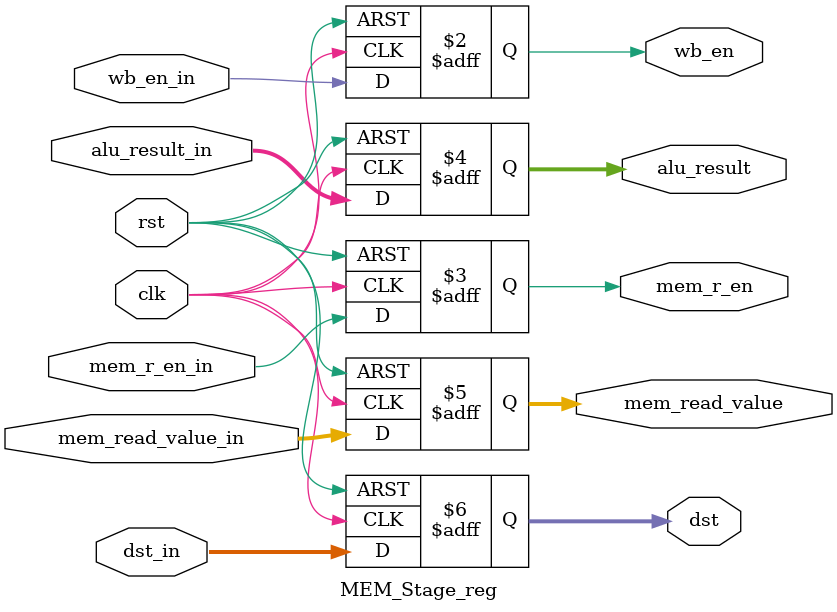
<source format=v>
module MEM_Stage_reg (
	input clk, rst, wb_en_in, mem_r_en_in,
	input [31:0] alu_result_in, mem_read_value_in,
	input [4:0] dst_in,
	output reg wb_en, mem_r_en,
	output reg [31:0] alu_result, mem_read_value,
	output reg [4:0] dst
);
	always@(posedge clk,posedge rst)begin
		if(rst)
			{wb_en,mem_r_en,alu_result,mem_read_value,dst}=71'd0;
		else begin
			wb_en<=wb_en_in;
			mem_r_en<=mem_r_en_in;
			alu_result<=alu_result_in;
			mem_read_value<=mem_read_value_in;
			dst<=dst_in;
		end
	end
endmodule
</source>
